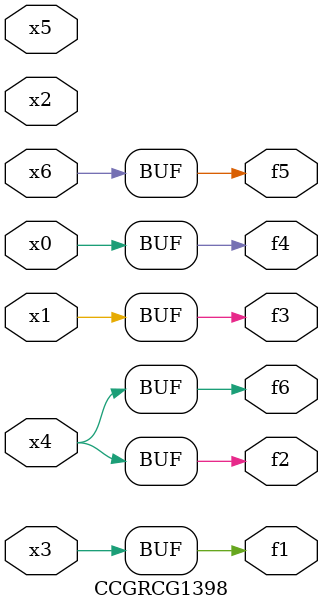
<source format=v>
module CCGRCG1398(
	input x0, x1, x2, x3, x4, x5, x6,
	output f1, f2, f3, f4, f5, f6
);
	assign f1 = x3;
	assign f2 = x4;
	assign f3 = x1;
	assign f4 = x0;
	assign f5 = x6;
	assign f6 = x4;
endmodule

</source>
